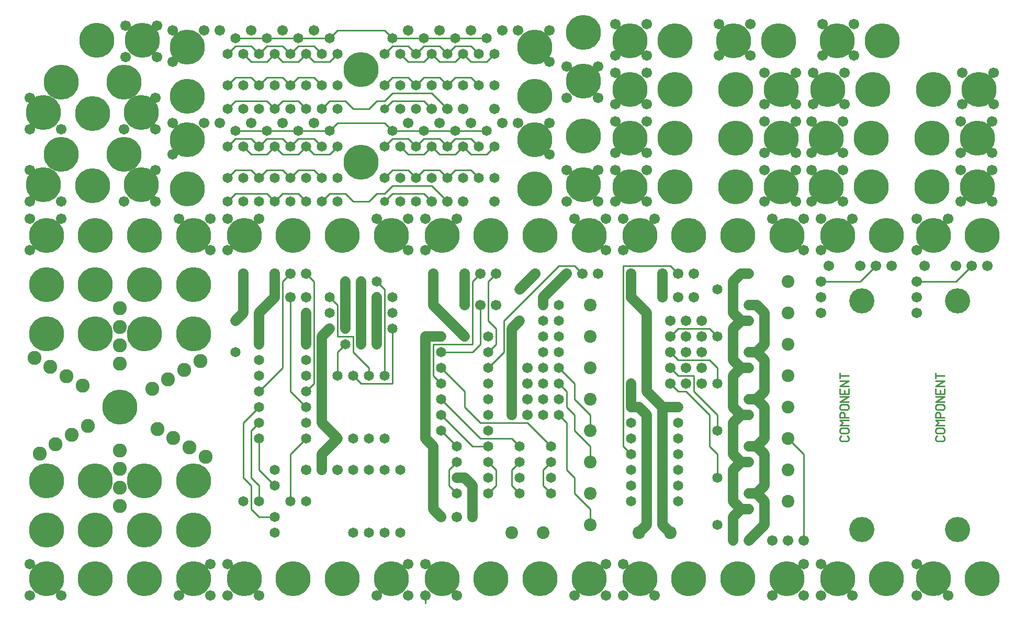
<source format=gtl>
%MOIN*%
%FSLAX25Y25*%
G04 D10 used for Character Trace; *
G04     Circle (OD=.01000) (No hole)*
G04 D11 used for Power Trace; *
G04     Circle (OD=.06700) (No hole)*
G04 D12 used for Signal Trace; *
G04     Circle (OD=.01100) (No hole)*
G04 D13 used for Via; *
G04     Circle (OD=.05800) (Round. Hole ID=.02800)*
G04 D14 used for Component hole; *
G04     Circle (OD=.06500) (Round. Hole ID=.03500)*
G04 D15 used for Component hole; *
G04     Circle (OD=.06700) (Round. Hole ID=.04300)*
G04 D16 used for Component hole; *
G04     Circle (OD=.08100) (Round. Hole ID=.05100)*
G04 D17 used for Component hole; *
G04     Circle (OD=.08900) (Round. Hole ID=.05900)*
G04 D18 used for Component hole; *
G04     Circle (OD=.11300) (Round. Hole ID=.08300)*
G04 D19 used for Component hole; *
G04     Circle (OD=.16000) (Round. Hole ID=.13000)*
G04 D20 used for Component hole; *
G04     Circle (OD=.18300) (Round. Hole ID=.15300)*
G04 D21 used for Component hole; *
G04     Circle (OD=.22291) (Round. Hole ID=.19291)*
%ADD10C,.01000*%
%ADD11C,.06700*%
%ADD12C,.01100*%
%ADD13C,.05800*%
%ADD14C,.06500*%
%ADD15C,.06700*%
%ADD16C,.08100*%
%ADD17C,.08900*%
%ADD18C,.11300*%
%ADD19C,.16000*%
%ADD20C,.18300*%
%ADD21C,.22291*%
%IPPOS*%
%LPD*%
G90*X0Y0D02*D15*X5000Y5000D03*D21*X15625Y15625D03*
D15*X5000Y25000D03*X25000Y5000D03*D21*            
X46875Y46875D03*X15625D03*X46875Y15625D03*D17*    
X62500Y62008D03*Y73819D03*D21*X78125Y78125D03*    
X46875D03*X15625D03*X78125Y15625D03*Y46875D03*D17*
X62500Y85630D03*Y97441D03*X11357Y95472D03*        
X21585Y101378D03*D15*X100000Y5000D03*D17*         
X96595Y105315D03*X31814Y107283D03*                
X106824Y99409D03*X86367Y111220D03*D21*            
X109375Y15625D03*Y46875D03*Y78125D03*D17*         
X42043Y113189D03*X117053Y93504D03*D15*            
X120000Y5000D03*Y25000D03*D21*X62500Y125000D03*   
D17*X82957Y136811D03*X38633Y138780D03*            
X93186Y142717D03*X28405Y144685D03*                
X103415Y148622D03*X18176Y150591D03*               
X113643Y154528D03*X62500Y152559D03*               
X7947Y156496D03*X62500Y164370D03*D21*             
X109375Y171875D03*X78125D03*X46875D03*X15625D03*  
D17*X62500Y176181D03*Y187992D03*D21*              
X109375Y203125D03*X78125D03*X46875D03*X15625D03*  
D15*X120000Y225000D03*X5000D03*D21*               
X109375Y234375D03*X78125D03*X46875D03*X15625D03*  
D15*X120000Y245000D03*X100000D03*X25000D03*       
X5000D03*G90*X1000Y0D02*X131000Y5000D03*Y25000D03*
D21*X141625Y15625D03*D14*X141000Y65000D03*D12*    
X146000Y75000D02*X141000Y80000D01*                
X146000Y60000D02*Y75000D01*X151000Y55000D02*      
X146000Y60000D01*X151000Y55000D02*X161000D01*D14* 
D03*X171000Y65000D03*D12*Y95000D01*               
X181000Y105000D01*D14*D03*D11*X191000Y85000D02*   
Y95000D01*D15*Y85000D03*X201000D03*D11*           
X191000Y95000D02*X201000Y105000D01*D14*D03*D11*   
X191000Y115000D01*Y170000D01*X196000Y175000D01*   
D14*D03*D12*X201000Y170000D02*X211000D01*         
Y160000D01*X221000Y150000D01*Y145000D01*D14*D03*  
D12*X216000Y140000D02*X236000D01*Y175000D01*D14*  
D03*X226000Y165000D03*D11*Y175000D01*D13*D03*D11* 
Y195000D01*D13*D03*D12*X231000Y145000D02*         
Y200000D01*D14*Y145000D03*D12*X216000Y140000D02*  
X211000Y145000D01*D14*D03*X201000D03*D12*         
Y160000D01*X206000Y165000D01*D14*D03*D12*         
X201000Y170000D02*Y190000D01*X196000Y195000D01*   
D14*D03*X206000Y205000D03*D11*Y195000D01*D13*D03* 
D11*Y175000D01*D13*D03*D14*X216000Y165000D03*D11* 
Y185000D01*D13*D03*D11*Y205000D01*D14*D03*        
X226000D03*D12*X231000Y200000D01*D14*             
X236000Y195000D03*Y185000D03*D15*                 
X246000Y225000D03*D21*X235375Y234375D03*D14*      
X196000Y185000D03*D21*X204125Y234375D03*D15*      
X246000Y245000D03*D12*X186000Y140000D02*          
Y205000D01*X181000Y135000D02*X186000Y140000D01*   
D14*X181000Y135000D03*Y145000D03*D12*Y125000D02*  
X171000Y135000D01*D14*X181000Y125000D03*D12*      
X171000Y135000D02*Y195000D01*D15*D03*D13*         
X181000Y185000D03*D11*Y165000D01*D14*D03*         
Y155000D03*D12*X151000Y135000D02*                 
X166000Y150000D01*D14*X151000Y135000D03*          
Y145000D03*Y125000D03*D12*X141000Y115000D01*      
Y80000D01*X151000Y75000D02*X146000Y80000D01*      
X151000Y65000D02*Y75000D01*D14*Y65000D03*         
X161000Y75000D03*D12*X151000Y85000D01*Y105000D01* 
D14*D03*D12*X146000Y80000D02*Y110000D01*D14*      
X161000Y85000D03*D12*X146000Y110000D02*           
X151000Y115000D01*D14*D03*D15*X181000Y85000D03*   
D14*Y115000D03*D12*X166000Y150000D02*Y205000D01*  
X171000Y210000D01*D15*D03*X181000D03*D12*         
X186000Y205000D01*D15*X181000Y195000D03*          
X161000Y210000D03*D11*Y195000D01*D15*D03*D11*     
X151000Y185000D01*Y165000D01*D14*D03*Y155000D03*  
X136000Y180000D03*D11*X141000Y185000D01*          
Y195000D01*D15*D03*D11*Y210000D01*D15*D03*        
X131000Y225000D03*D21*X141625Y234375D03*          
X172875D03*D15*X151000Y245000D03*X131000D03*D14*  
X136000Y160000D03*D15*X226000Y245000D03*D14*      
X211000Y105000D03*X221000D03*X231000D03*          
X211000Y85000D03*X221000D03*X231000D03*X241000D03*
X181000Y65000D03*X161000Y45000D03*X211000D03*     
X221000D03*X231000D03*X241000D03*D15*             
X246000Y25000D03*D21*X172875Y15625D03*X204125D03* 
X235375D03*D15*X151000Y5000D03*X226000D03*        
X246000D03*G90*X2000Y0D02*D12*X257000D02*Y5000D01*
D15*D03*D21*X267625Y15625D03*D15*X277000Y5000D03* 
X257000Y25000D03*D21*X298875Y15625D03*D15*        
X287000Y55000D03*D11*Y75000D01*X282000Y80000D01*  
X277000D01*D14*D03*D12*X272000Y75000D02*Y85000D01*
X277000Y70000D02*X272000Y75000D01*D14*            
X277000Y70000D03*D15*X267000Y55000D03*D11*        
X262000Y60000D01*Y100000D01*X257000Y105000D01*    
Y170000D01*X267000D01*D14*D03*D12*                
X262000Y145000D02*Y165000D01*X267000Y140000D02*   
X262000Y145000D01*D14*X267000Y140000D03*          
Y150000D03*D12*X282000Y135000D01*Y125000D01*      
X292000Y115000D01*X322000D01*X337000Y100000D01*   
D14*D03*Y90000D03*D12*X332000Y85000D01*Y75000D01* 
X337000Y70000D01*D14*D03*Y80000D03*D12*X352000D02*
X347000Y85000D01*X352000Y70000D02*Y80000D01*      
X362000Y60000D02*X352000Y70000D01*                
X362000Y50000D02*Y60000D01*D16*Y50000D03*         
Y70000D03*D15*X372000Y25000D03*D16*               
X332000Y45000D03*D21*X330125Y15625D03*X361375D03* 
D12*X347000Y85000D02*Y115000D01*X342000Y120000D01*
D14*D03*D12*X352000D02*X347000Y125000D01*         
X352000Y110000D02*Y120000D01*X362000Y100000D02*   
X352000Y110000D01*X362000Y90000D02*Y100000D01*D16*
Y90000D03*Y110000D03*D12*Y120000D01*              
X352000Y130000D01*Y140000D01*X342000Y150000D01*   
D14*D03*X332000Y160000D03*Y140000D03*             
X342000Y160000D03*X332000Y150000D03*              
X342000Y140000D03*D12*X347000Y135000D01*          
Y125000D01*D14*X342000Y130000D03*X332000D03*D16*  
X362000D03*D14*X332000Y120000D03*D15*             
X322000Y150000D03*D16*X362000D03*D15*             
X322000Y140000D03*Y130000D03*Y120000D03*D14*      
X317000Y100000D03*D12*X312000Y105000D01*          
X292000D01*X267000Y130000D01*D14*D03*Y120000D03*  
D12*X287000Y100000D01*X297000D01*D14*D03*         
Y110000D03*Y90000D03*D12*X302000Y85000D01*        
Y75000D01*X297000Y70000D01*D14*D03*Y80000D03*D12* 
X312000Y75000D02*Y85000D01*X317000Y70000D02*      
X312000Y75000D01*D14*X317000Y70000D03*Y80000D03*  
D12*X312000Y85000D02*X317000Y90000D01*D14*D03*D15*
X312000Y120000D03*D11*Y130000D01*D15*D03*D11*     
Y140000D01*D15*D03*D11*Y150000D01*D15*D03*D11*    
Y175000D01*X317000Y180000D01*D14*D03*D12*         
X307000Y160000D02*Y180000D01*X297000Y150000D02*   
X307000Y160000D01*D14*X297000Y150000D03*D12*      
X267000Y160000D02*X287000D01*D14*X267000D03*D12*  
X262000Y165000D02*X287000D01*Y205000D01*          
X292000Y210000D01*D15*D03*D12*X297000Y180000D02*  
Y205000D01*X302000Y175000D02*X297000Y180000D01*   
X302000Y165000D02*Y175000D01*X297000Y160000D02*   
X302000Y165000D01*D14*X297000Y160000D03*D12*      
X287000D02*X292000Y165000D01*Y190000D01*D15*D03*  
X302000D03*X282000D03*D11*Y210000D01*D15*D03*D12* 
X297000Y205000D02*X302000Y210000D01*D15*D03*D14*  
X317000Y200000D03*D11*X327000Y210000D01*D15*D03*  
D12*X307000Y180000D02*X342000Y215000D01*D14*      
X297000Y170000D03*X332000D03*Y180000D03*          
Y190000D03*D11*Y195000D01*X347000Y210000D01*D15*  
D03*D12*X357000D02*X352000Y215000D01*D15*         
X357000Y210000D03*D12*X342000Y215000D02*          
X352000D01*D21*X361375Y234375D03*X330125D03*D15*  
X367000Y210000D03*D14*X342000Y190000D03*D16*      
X362000D03*D15*X372000Y245000D03*X352000D03*      
X372000Y225000D03*D14*X342000Y180000D03*D21*      
X298875Y234375D03*D14*X342000Y170000D03*D16*      
X362000D03*D13*X282000D03*D11*X262000Y190000D01*  
D15*D03*D11*Y210000D01*D15*D03*X257000Y225000D03* 
D21*X267625Y234375D03*D15*X277000Y245000D03*      
X257000D03*D14*X297000Y140000D03*Y130000D03*      
Y120000D03*X267000Y110000D03*D12*                 
X277000Y100000D01*D14*D03*Y90000D03*D12*          
X272000Y85000D01*D15*X277000Y55000D03*D16*        
X312000Y45000D03*D15*X352000Y5000D03*X372000D03*  
G90*X3000Y0D02*X383000Y5000D03*Y25000D03*D12*     
X388000Y95000D02*X383000Y100000D01*D14*           
X388000Y95000D03*D12*X383000Y100000D02*Y215000D01*
X413000D01*X418000Y210000D01*D15*D03*X428000D03*  
X408000D03*D11*Y195000D01*D15*D03*D11*            
X398000Y140000D02*Y185000D01*D14*Y140000D03*D11*  
Y135000D01*X408000Y125000D01*Y50000D01*           
X413000Y45000D01*D16*D03*D11*X393000D02*          
X398000Y50000D01*D16*X393000Y45000D03*D11*        
X398000Y50000D02*Y120000D01*X393000Y125000D01*    
X388000D01*D14*D03*D11*Y140000D01*D14*D03*D11*    
X408000Y125000D02*X418000D01*D14*D03*D12*         
X443000Y120000D02*X428000Y135000D01*              
X443000Y110000D02*Y120000D01*D14*Y110000D03*D12*  
Y95000D02*X438000Y100000D01*X443000Y80000D02*     
Y95000D01*D14*Y80000D03*D11*X453000Y65000D02*     
Y85000D01*X458000Y60000D02*X453000Y65000D01*      
Y55000D02*X458000Y60000D01*X453000Y40000D02*      
Y55000D01*D13*Y40000D03*D14*X443000Y50000D03*     
X463000Y40000D03*D11*X473000Y50000D01*Y65000D01*  
X468000Y70000D01*X463000D01*D14*D03*D11*          
X468000D02*X473000Y75000D01*Y95000D01*            
X468000Y100000D01*X463000D01*D14*D03*D11*         
X468000D02*X473000Y105000D01*Y125000D01*          
X468000Y130000D01*X463000D01*D14*D03*D11*         
X468000D02*X473000Y135000D01*Y155000D01*          
X468000Y160000D01*X463000D01*D14*D03*D11*         
X468000D02*X473000Y165000D01*Y185000D01*          
X468000Y190000D01*X463000D01*D14*D03*D11*         
X453000Y175000D02*X458000Y180000D01*              
X453000Y155000D02*Y175000D01*X458000Y150000D02*   
X453000Y155000D01*Y145000D02*X458000Y150000D01*   
X453000Y125000D02*Y145000D01*X458000Y120000D02*   
X453000Y125000D01*Y115000D02*X458000Y120000D01*   
X453000Y95000D02*Y115000D01*X458000Y90000D02*     
X453000Y95000D01*Y85000D02*X458000Y90000D01*      
X463000D01*D14*D03*D16*X488000Y65000D03*D12*      
X438000Y100000D02*Y120000D01*X423000Y135000D01*   
X418000D01*X413000Y140000D01*D15*D03*D12*         
X418000Y145000D02*X428000D01*Y135000D01*D15*      
X433000Y140000D03*X423000D03*D12*                 
X418000Y145000D02*X413000Y150000D01*D15*D03*D12*  
X418000Y155000D02*X438000D01*X443000Y150000D01*   
Y140000D01*D14*D03*D15*X433000Y150000D03*D11*     
X458000D02*X463000D01*D14*D03*X443000Y170000D03*  
D12*X438000Y175000D01*X418000D01*                 
X413000Y170000D01*D15*D03*X423000Y160000D03*      
Y180000D03*Y170000D03*X413000Y180000D03*          
Y160000D03*D12*X418000Y155000D01*D15*             
X423000Y150000D03*X433000Y170000D03*Y160000D03*   
Y180000D03*D11*X398000Y185000D02*                 
X388000Y195000D01*D15*D03*D11*Y210000D01*D15*D03* 
X383000Y225000D03*D21*X393625Y234375D03*D15*      
X418000Y195000D03*X403000Y245000D03*X383000D03*   
D21*X424875Y234375D03*D15*X428000Y195000D03*D14*  
X443000Y200000D03*D11*X458000Y180000D02*          
X453000Y185000D01*X458000Y180000D02*X463000D01*   
D14*D03*D11*X453000Y185000D02*Y205000D01*         
X458000Y210000D01*X463000D01*D14*D03*D16*         
X488000Y185000D03*D21*X487375Y234375D03*D16*      
X488000Y205000D03*D21*X456125Y234375D03*D15*      
X498000Y245000D03*X478000D03*X498000Y225000D03*   
D16*X488000Y165000D03*Y145000D03*Y125000D03*D11*  
X458000Y120000D02*X463000D01*D14*D03*D16*         
X488000Y105000D03*D12*X498000Y95000D01*Y40000D01* 
D15*D03*X488000D03*X498000Y25000D03*              
X478000Y40000D03*D21*X487375Y15625D03*D14*        
X463000Y60000D03*D11*X458000D01*D16*              
X488000Y85000D03*D14*X418000Y95000D03*Y85000D03*  
Y75000D03*Y65000D03*D21*X424875Y15625D03*         
X456125D03*D14*X418000Y105000D03*D15*             
X403000Y5000D03*X478000D03*D14*X418000Y115000D03* 
D15*X498000Y5000D03*D21*X393625Y15625D03*D14*     
X388000Y115000D03*Y105000D03*Y85000D03*Y75000D03* 
Y65000D03*G90*X4000Y0D02*D15*X509000Y5000D03*     
Y25000D03*Y185000D03*Y195000D03*Y205000D03*D12*   
X534000D01*X544000Y215000D01*D15*D03*X554000D03*  
X534000D03*D19*X535250Y192800D03*D21*             
X550875Y234375D03*X519625D03*D15*                 
X514000Y215000D03*X529000Y245000D03*X509000D03*   
Y225000D03*D10*X526871Y145000D02*X521129D01*      
Y143326D02*Y146674D01*X526871Y138326D02*          
X521129D01*X526871Y141674D01*X521129D01*          
X526871Y136674D02*Y133326D01*X521129D01*          
Y136674D01*X524000Y133326D02*Y135837D01*          
X526871Y128326D02*X521129D01*X526871Y131674D01*   
X521129D01*X525914Y126674D02*X526871Y125837D01*   
Y124163D01*X525914Y123326D01*X522086D01*          
X521129Y124163D01*Y125837D01*X522086Y126674D01*   
X525914D01*X526871Y118326D02*X521129D01*          
Y120837D01*X522086Y121674D01*X523043D01*          
X524000Y120837D01*Y118326D01*X526871Y113326D02*   
X521129D01*X523043Y115000D01*X521129Y116674D01*   
X526871D01*X525914Y111674D02*X526871Y110837D01*   
Y109163D01*X525914Y108326D01*X522086D01*          
X521129Y109163D01*Y110837D01*X522086Y111674D01*   
X525914D01*Y106674D02*X526871Y105837D01*          
Y104163D01*X525914Y103326D01*X522086D01*          
X521129Y104163D01*Y105837D01*X522086Y106674D01*   
D19*X535250Y47200D03*D21*X519625Y15625D03*        
X550875D03*D15*X529000Y5000D03*G90*X0Y0D02*       
X570000Y5000D03*Y25000D03*Y185000D03*Y195000D03*  
Y205000D03*D12*X595000D01*X605000Y215000D01*D15*  
D03*X615000D03*X595000D03*D19*X596250Y192800D03*  
D21*X611875Y234375D03*X580625D03*D15*             
X575000Y215000D03*X590000Y245000D03*X570000D03*   
Y225000D03*D10*X587871Y145000D02*X582129D01*      
Y143326D02*Y146674D01*X587871Y138326D02*          
X582129D01*X587871Y141674D01*X582129D01*          
X587871Y136674D02*Y133326D01*X582129D01*          
Y136674D01*X585000Y133326D02*Y135837D01*          
X587871Y128326D02*X582129D01*X587871Y131674D01*   
X582129D01*X586914Y126674D02*X587871Y125837D01*   
Y124163D01*X586914Y123326D01*X583086D01*          
X582129Y124163D01*Y125837D01*X583086Y126674D01*   
X586914D01*X587871Y118326D02*X582129D01*          
Y120837D01*X583086Y121674D01*X584043D01*          
X585000Y120837D01*Y118326D01*X587871Y113326D02*   
X582129D01*X584043Y115000D01*X582129Y116674D01*   
X587871D01*X586914Y111674D02*X587871Y110837D01*   
Y109163D01*X586914Y108326D01*X583086D01*          
X582129Y109163D01*Y110837D01*X583086Y111674D01*   
X586914D01*Y106674D02*X587871Y105837D01*          
Y104163D01*X586914Y103326D01*X583086D01*          
X582129Y104163D01*Y105837D01*X583086Y106674D01*   
D19*X596250Y47200D03*D21*X580625Y15625D03*        
X611875D03*D15*X590000Y5000D03*G90*X0Y1000D02*    
X85000Y256000D03*X65000D03*X25000D03*X5000D03*D21*
X76250Y266625D03*X45000Y266000D03*                
X13750Y266625D03*D15*X85000Y276000D03*X5000D03*   
D21*X65000Y286000D03*X25000D03*G90*X0Y2000D02*D15*
X85000Y302000D03*X65000D03*X25000D03*X5000D03*D21*
X76250Y312625D03*X45000Y312000D03*                
X13750Y312625D03*D15*X85000Y322000D03*X5000D03*   
D21*X65000Y332000D03*X25000D03*G90*X1000Y1000D02* 
D14*X251000Y256000D03*X241000D03*D13*X231000D03*  
D12*X236000Y261000D01*X256000D01*                 
X261000Y256000D01*D15*D03*X271000D03*D12*         
X261000Y266000D01*X236000D01*X231000Y261000D01*   
X226000D01*X221000Y256000D01*X211000D01*          
X206000Y261000D01*X196000D01*X191000Y256000D01*   
D14*D03*X201000D03*X181000D03*D12*                
X176000Y261000D01*X166000D01*X161000Y256000D01*   
D14*D03*D12*X156000Y261000D01*X136000D01*         
X131000Y256000D01*D14*D03*X141000D03*Y271000D03*  
X131000D03*D12*X136000Y276000D01*X146000D01*      
X151000Y271000D01*D14*D03*D12*X156000Y276000D01*  
X166000D01*X171000Y271000D01*D14*D03*D12*         
X176000Y276000D01*X186000D01*X191000Y271000D01*   
D14*D03*X201000D03*X181000D03*D12*                
X166000Y286000D02*X176000D01*X161000Y291000D02*   
X166000Y286000D01*D14*X161000Y291000D03*D12*      
X156000Y286000D01*X146000D01*X141000Y291000D01*   
D14*D03*D12*X136000Y296000D02*X146000D01*         
X131000Y291000D02*X136000Y296000D01*D14*          
X131000Y291000D03*X136000Y301000D03*D12*          
X156000D01*D14*D03*D12*X176000D01*D14*D03*D12*    
X196000D01*D14*D03*D12*X201000Y306000D01*         
X231000D01*X236000Y301000D01*D14*D03*D12*         
X256000D01*D14*D03*D12*X276000D01*D14*D03*D12*    
X296000D01*D14*D03*D15*X286000Y306000D03*D14*     
X291000Y291000D03*D12*X286000Y296000D01*          
X276000D01*X271000Y291000D01*D14*D03*D12*         
X266000Y296000D01*X256000D01*X251000Y291000D01*   
D14*D03*D12*X246000Y296000D01*X236000D01*         
X231000Y291000D01*D14*D03*X241000D03*D12*         
X246000Y286000D01*X256000D01*X261000Y291000D01*   
D14*D03*D12*X266000Y286000D01*X276000D01*         
X281000Y291000D01*D14*D03*D12*X286000Y286000D01*  
X296000D01*X301000Y291000D01*D14*D03*D15*         
X316000Y306000D03*D12*X276000Y276000D02*          
X286000D01*X271000Y271000D02*X276000Y276000D01*   
D14*X271000Y271000D03*D12*X266000Y276000D01*      
X256000D01*X251000Y271000D01*D14*D03*D12*         
X246000Y276000D01*X236000D01*X231000Y271000D01*   
D14*D03*X241000D03*D21*X216000Y281000D03*D14*     
X201000Y291000D03*D12*X196000Y286000D01*          
X186000D01*X181000Y291000D01*D14*D03*D12*         
X176000Y286000D01*D14*X171000Y291000D03*D12*      
X166000Y296000D01*X156000D01*X151000Y291000D01*   
D14*D03*D12*X146000Y296000D01*D15*Y306000D03*     
X126000D03*X166000D03*D12*X171000Y291000D02*      
X176000Y296000D01*X186000D01*X191000Y291000D01*   
D14*D03*D15*X186000Y306000D03*D14*                
X161000Y271000D03*X171000Y256000D03*X151000D03*   
D15*X246000Y306000D03*D14*X261000Y271000D03*D15*  
X116000Y306000D03*X266000D03*D21*                 
X105375Y295375D03*Y264125D03*D15*                 
X281000Y256000D03*D14*Y271000D03*D12*             
X286000Y276000D02*X291000Y271000D01*D14*D03*      
X301000D03*D15*Y256000D03*X306000Y306000D03*D21*  
X326625Y264125D03*Y295375D03*D15*                 
X336000Y286000D03*Y306000D03*X96000D03*Y286000D03*
G90*X1000Y0D02*X301000Y315000D03*X281000D03*      
X271000D03*D12*X261000Y325000D01*X236000D01*      
X231000Y320000D01*X226000D01*X221000Y315000D01*   
X211000D01*X206000Y320000D01*X196000D01*          
X191000Y315000D01*D14*D03*X201000D03*X181000D03*  
D12*X176000Y320000D01*X166000D01*                 
X161000Y315000D01*D14*D03*D12*X156000Y320000D01*  
X136000D01*X131000Y315000D01*D14*D03*X141000D03*  
Y330000D03*X131000D03*D12*X136000Y335000D01*      
X146000D01*X151000Y330000D01*D14*D03*D12*         
X156000Y335000D01*X166000D01*X171000Y330000D01*   
D14*D03*D12*X176000Y335000D01*X186000D01*         
X191000Y330000D01*D14*D03*X201000D03*X181000D03*  
D12*X166000Y345000D02*X176000D01*                 
X161000Y350000D02*X166000Y345000D01*D14*          
X161000Y350000D03*D12*X156000Y345000D01*          
X146000D01*X141000Y350000D01*D14*D03*D12*         
X136000Y355000D02*X146000D01*X131000Y350000D02*   
X136000Y355000D01*D14*X131000Y350000D03*          
X136000Y360000D03*D12*X156000D01*D14*D03*D12*     
X176000D01*D14*D03*D12*X196000D01*D14*D03*D12*    
X201000Y365000D01*X231000D01*X236000Y360000D01*   
D14*D03*D12*X256000D01*D14*D03*D12*X276000D01*D14*
D03*D12*X296000D01*D14*D03*D15*X286000Y365000D03* 
D14*X291000Y350000D03*D12*X286000Y355000D01*      
X276000D01*X271000Y350000D01*D14*D03*D12*         
X266000Y355000D01*X256000D01*X251000Y350000D01*   
D14*D03*D12*X246000Y355000D01*X236000D01*         
X231000Y350000D01*D14*D03*X241000D03*D12*         
X246000Y345000D01*X256000D01*X261000Y350000D01*   
D14*D03*D12*X266000Y345000D01*X276000D01*         
X281000Y350000D01*D14*D03*D12*X286000Y345000D01*  
X296000D01*X301000Y350000D01*D14*D03*D15*         
X316000Y365000D03*D12*X276000Y335000D02*          
X286000D01*X271000Y330000D02*X276000Y335000D01*   
D14*X271000Y330000D03*D12*X266000Y335000D01*      
X256000D01*X251000Y330000D01*D14*D03*D12*         
X246000Y335000D01*X236000D01*X231000Y330000D01*   
D14*D03*X241000D03*D12*X231000Y315000D02*         
X236000Y320000D01*D13*X231000Y315000D03*D12*      
X236000Y320000D02*X256000D01*X261000Y315000D01*   
D15*D03*D14*X251000D03*X261000Y330000D03*         
X241000Y315000D03*X281000Y330000D03*D12*          
X286000Y335000D02*X291000Y330000D01*D14*D03*      
X301000D03*D15*X306000Y365000D03*D21*             
X326625Y323125D03*Y354375D03*D15*                 
X266000Y365000D03*X246000D03*X336000Y345000D03*   
Y365000D03*D21*X216000Y340000D03*D14*             
X201000Y350000D03*D12*X196000Y345000D01*          
X186000D01*X181000Y350000D01*D14*D03*D12*         
X176000Y345000D01*D14*X171000Y350000D03*D12*      
X166000Y355000D01*X156000D01*X151000Y350000D01*   
D14*D03*D12*X146000Y355000D01*D15*Y365000D03*     
X126000D03*X166000D03*D12*X171000Y350000D02*      
X176000Y355000D01*X186000D01*X191000Y350000D01*   
D14*D03*D15*X186000Y365000D03*D14*                
X161000Y330000D03*X171000Y315000D03*X151000D03*   
D15*X116000Y365000D03*D21*X105375Y354375D03*      
Y323125D03*D15*X96000Y365000D03*Y345000D03*G90*   
X2000Y1000D02*X347000Y256000D03*Y276000D03*D21*   
X357625Y266625D03*Y297875D03*D15*                 
X367000Y256000D03*Y276000D03*G90*X2000Y2000D02*   
X347000Y322000D03*Y342000D03*D21*                 
X357625Y332625D03*Y363875D03*D15*                 
X367000Y322000D03*Y342000D03*G90*X3000Y1000D02*   
X378000Y256000D03*Y276000D03*D21*                 
X387375Y265375D03*D15*X398000Y256000D03*          
Y276000D03*D21*X416125Y265375D03*X454875D03*D15*  
X473000Y256000D03*Y276000D03*D21*                 
X483625Y265375D03*D15*X493000Y256000D03*          
Y276000D03*X503000Y256000D03*Y276000D03*D21*      
X512375Y265375D03*D15*X523000Y256000D03*          
Y276000D03*D21*X541125Y265375D03*X579875D03*D15*  
X598000Y256000D03*Y276000D03*D21*                 
X608625Y265375D03*D15*X618000Y256000D03*          
Y276000D03*G90*X3000Y2000D02*X378000Y287000D03*   
Y307000D03*D21*X387375Y296375D03*D15*             
X398000Y287000D03*Y307000D03*D21*                 
X416125Y296375D03*X454875D03*D15*                 
X473000Y287000D03*Y307000D03*D21*                 
X483625Y296375D03*D15*X493000Y287000D03*          
Y307000D03*X503000Y287000D03*Y307000D03*D21*      
X512375Y296375D03*D15*X523000Y287000D03*          
Y307000D03*D21*X541125Y296375D03*X579875D03*D15*  
X598000Y287000D03*Y307000D03*D21*                 
X608625Y296375D03*D15*X618000Y287000D03*          
Y307000D03*G90*X3000Y3000D02*X378000Y318000D03*   
Y338000D03*D21*X387375Y327375D03*D15*             
X398000Y318000D03*Y338000D03*D21*                 
X416125Y327375D03*X454875D03*D15*                 
X473000Y318000D03*Y338000D03*D21*                 
X483625Y327375D03*D15*X493000Y318000D03*          
Y338000D03*G90*X4000Y3000D02*X504000Y318000D03*   
Y338000D03*D21*X513375Y327375D03*D15*             
X524000Y318000D03*Y338000D03*D21*                 
X542125Y327375D03*X580875D03*D15*                 
X599000Y318000D03*Y338000D03*D21*                 
X609625Y327375D03*D15*X619000Y318000D03*          
Y338000D03*G90*X3000Y4000D02*X378000Y349000D03*   
Y369000D03*D21*X387375Y358375D03*D15*             
X398000Y349000D03*Y369000D03*D21*                 
X416125Y358375D03*G90*X4000Y4000D02*D15*          
X444000Y349000D03*Y369000D03*D21*                 
X453375Y358375D03*D15*X464000Y349000D03*          
Y369000D03*D21*X482125Y358375D03*G90*X0Y4000D02*  
D15*X510000Y349000D03*Y369000D03*D21*             
X519375Y358375D03*D15*X530000Y349000D03*          
Y369000D03*D21*X548125Y358375D03*G90*             
X1000Y3000D02*D15*X86000Y348000D03*X66000D03*D21* 
X76625Y358625D03*X47875D03*D15*X86000Y368000D03*  
X66000D03*M02*                                    

</source>
